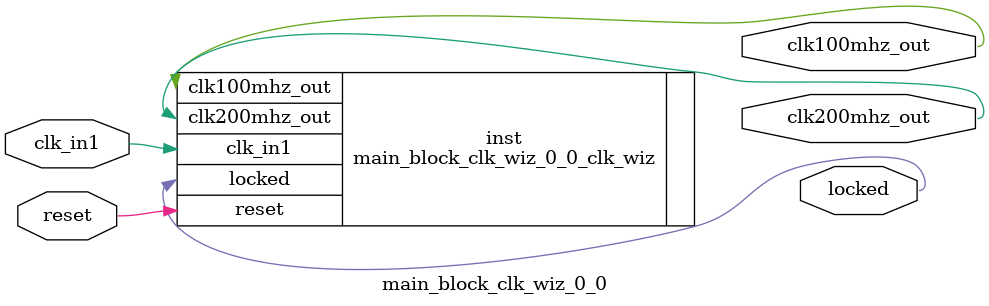
<source format=v>


`timescale 1ps/1ps

(* CORE_GENERATION_INFO = "main_block_clk_wiz_0_0,clk_wiz_v6_0_14_0_0,{component_name=main_block_clk_wiz_0_0,use_phase_alignment=true,use_min_o_jitter=false,use_max_i_jitter=false,use_dyn_phase_shift=false,use_inclk_switchover=false,use_dyn_reconfig=false,enable_axi=0,feedback_source=FDBK_AUTO,PRIMITIVE=MMCM,num_out_clk=2,clkin1_period=10.000,clkin2_period=10.000,use_power_down=false,use_reset=true,use_locked=true,use_inclk_stopped=false,feedback_type=SINGLE,CLOCK_MGR_TYPE=NA,manual_override=false}" *)

module main_block_clk_wiz_0_0 
 (
  // Clock out ports
  output        clk100mhz_out,
  output        clk200mhz_out,
  // Status and control signals
  input         reset,
  output        locked,
 // Clock in ports
  input         clk_in1
 );

  main_block_clk_wiz_0_0_clk_wiz inst
  (
  // Clock out ports  
  .clk100mhz_out(clk100mhz_out),
  .clk200mhz_out(clk200mhz_out),
  // Status and control signals               
  .reset(reset), 
  .locked(locked),
 // Clock in ports
  .clk_in1(clk_in1)
  );

endmodule

</source>
